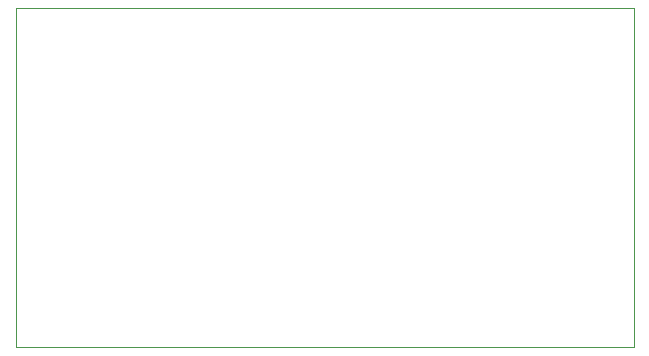
<source format=gbr>
G04 #@! TF.GenerationSoftware,KiCad,Pcbnew,(5.1.5-0-10_14)*
G04 #@! TF.CreationDate,2020-06-22T06:00:13+10:00*
G04 #@! TF.ProjectId,LED_Downlight,4c45445f-446f-4776-9e6c-696768742e6b,rev?*
G04 #@! TF.SameCoordinates,Original*
G04 #@! TF.FileFunction,Profile,NP*
%FSLAX46Y46*%
G04 Gerber Fmt 4.6, Leading zero omitted, Abs format (unit mm)*
G04 Created by KiCad (PCBNEW (5.1.5-0-10_14)) date 2020-06-22 06:00:13*
%MOMM*%
%LPD*%
G04 APERTURE LIST*
%ADD10C,0.050000*%
G04 APERTURE END LIST*
D10*
X218694000Y-73914000D02*
X218694000Y-45212000D01*
X166370000Y-73914000D02*
X218694000Y-73914000D01*
X166370000Y-45212000D02*
X166370000Y-73914000D01*
X218694000Y-45212000D02*
X166370000Y-45212000D01*
M02*

</source>
